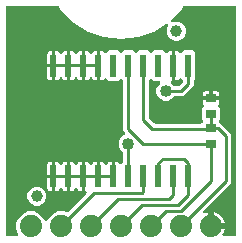
<source format=gbr>
G04 EAGLE Gerber RS-274X export*
G75*
%MOMM*%
%FSLAX34Y34*%
%LPD*%
%INTop Copper*%
%IPPOS*%
%AMOC8*
5,1,8,0,0,1.08239X$1,22.5*%
G01*
%ADD10R,0.900000X0.700000*%
%ADD11R,0.530000X1.980000*%
%ADD12C,1.879600*%
%ADD13C,1.000000*%
%ADD14C,0.254000*%
%ADD15C,1.016000*%

G36*
X13654Y4071D02*
X13654Y4071D01*
X13704Y4069D01*
X13811Y4091D01*
X13921Y4105D01*
X13967Y4123D01*
X14015Y4133D01*
X14114Y4181D01*
X14216Y4222D01*
X14256Y4251D01*
X14301Y4273D01*
X14385Y4344D01*
X14474Y4408D01*
X14505Y4447D01*
X14543Y4479D01*
X14606Y4569D01*
X14676Y4653D01*
X14698Y4698D01*
X14726Y4739D01*
X14765Y4842D01*
X14812Y4941D01*
X14821Y4990D01*
X14839Y5036D01*
X14851Y5146D01*
X14872Y5253D01*
X14869Y5303D01*
X14874Y5352D01*
X14859Y5461D01*
X14852Y5571D01*
X14837Y5618D01*
X14830Y5667D01*
X14778Y5820D01*
X12953Y10224D01*
X12953Y15176D01*
X14848Y19750D01*
X18350Y23252D01*
X22924Y25147D01*
X27876Y25147D01*
X32450Y23252D01*
X35952Y19750D01*
X36927Y17395D01*
X36996Y17275D01*
X37061Y17152D01*
X37075Y17137D01*
X37085Y17119D01*
X37182Y17019D01*
X37275Y16916D01*
X37292Y16905D01*
X37306Y16891D01*
X37424Y16818D01*
X37541Y16742D01*
X37560Y16735D01*
X37577Y16724D01*
X37710Y16684D01*
X37842Y16638D01*
X37862Y16637D01*
X37881Y16631D01*
X38020Y16624D01*
X38159Y16613D01*
X38179Y16617D01*
X38199Y16616D01*
X38335Y16644D01*
X38472Y16668D01*
X38491Y16676D01*
X38510Y16680D01*
X38635Y16741D01*
X38762Y16798D01*
X38778Y16811D01*
X38796Y16820D01*
X38902Y16910D01*
X39010Y16997D01*
X39023Y17013D01*
X39038Y17026D01*
X39118Y17140D01*
X39202Y17251D01*
X39214Y17276D01*
X39221Y17286D01*
X39228Y17305D01*
X39273Y17395D01*
X40248Y19750D01*
X43750Y23252D01*
X48324Y25147D01*
X53276Y25147D01*
X55224Y24340D01*
X55253Y24332D01*
X55279Y24319D01*
X55405Y24290D01*
X55531Y24256D01*
X55560Y24255D01*
X55589Y24249D01*
X55719Y24253D01*
X55849Y24251D01*
X55877Y24258D01*
X55907Y24259D01*
X56032Y24295D01*
X56158Y24325D01*
X56184Y24339D01*
X56212Y24347D01*
X56324Y24413D01*
X56439Y24474D01*
X56461Y24493D01*
X56486Y24508D01*
X56607Y24615D01*
X72135Y40143D01*
X72220Y40252D01*
X72309Y40359D01*
X72317Y40378D01*
X72330Y40394D01*
X72385Y40522D01*
X72444Y40647D01*
X72448Y40667D01*
X72456Y40686D01*
X72478Y40824D01*
X72504Y40960D01*
X72503Y40980D01*
X72506Y41000D01*
X72493Y41139D01*
X72484Y41277D01*
X72478Y41296D01*
X72476Y41316D01*
X72429Y41448D01*
X72386Y41579D01*
X72376Y41597D01*
X72369Y41616D01*
X72291Y41731D01*
X72216Y41848D01*
X72201Y41862D01*
X72190Y41879D01*
X72086Y41971D01*
X71985Y42066D01*
X71967Y42076D01*
X71952Y42089D01*
X71828Y42152D01*
X71706Y42220D01*
X71686Y42225D01*
X71668Y42234D01*
X71533Y42264D01*
X71398Y42299D01*
X71370Y42301D01*
X71358Y42304D01*
X71338Y42303D01*
X71237Y42309D01*
X71174Y42309D01*
X71174Y53426D01*
X82495Y53426D01*
X82521Y53429D01*
X82525Y53428D01*
X82545Y53430D01*
X82605Y53426D01*
X95195Y53426D01*
X95313Y53441D01*
X95432Y53448D01*
X95470Y53460D01*
X95510Y53466D01*
X95621Y53509D01*
X95734Y53546D01*
X95768Y53568D01*
X95806Y53583D01*
X95902Y53652D01*
X96003Y53716D01*
X96031Y53746D01*
X96063Y53769D01*
X96108Y53823D01*
X96113Y53826D01*
X96141Y53856D01*
X96174Y53880D01*
X96250Y53971D01*
X96331Y54058D01*
X96351Y54093D01*
X96376Y54125D01*
X96427Y54232D01*
X96485Y54337D01*
X96495Y54376D01*
X96512Y54412D01*
X96534Y54529D01*
X96564Y54645D01*
X96568Y54705D01*
X96572Y54725D01*
X96570Y54745D01*
X96571Y54749D01*
X96572Y54754D01*
X96571Y54760D01*
X96574Y54805D01*
X96574Y67191D01*
X98234Y67191D01*
X98881Y67018D01*
X99460Y66683D01*
X99933Y66210D01*
X100063Y65984D01*
X100139Y65884D01*
X100210Y65780D01*
X100235Y65758D01*
X100256Y65731D01*
X100354Y65653D01*
X100448Y65570D01*
X100478Y65555D01*
X100505Y65534D01*
X100620Y65482D01*
X100732Y65425D01*
X100764Y65418D01*
X100795Y65404D01*
X100919Y65383D01*
X101042Y65356D01*
X101075Y65357D01*
X101109Y65351D01*
X101234Y65361D01*
X101360Y65365D01*
X101392Y65375D01*
X101426Y65377D01*
X101544Y65419D01*
X101665Y65454D01*
X101694Y65471D01*
X101726Y65482D01*
X101831Y65551D01*
X101939Y65615D01*
X101976Y65648D01*
X101991Y65658D01*
X102006Y65674D01*
X102060Y65722D01*
X103259Y66921D01*
X103320Y66999D01*
X103388Y67071D01*
X103417Y67125D01*
X103454Y67172D01*
X103494Y67263D01*
X103542Y67350D01*
X103557Y67409D01*
X103581Y67464D01*
X103596Y67562D01*
X103621Y67658D01*
X103627Y67758D01*
X103631Y67778D01*
X103629Y67791D01*
X103631Y67819D01*
X103631Y74847D01*
X103619Y74945D01*
X103616Y75044D01*
X103599Y75103D01*
X103591Y75163D01*
X103555Y75255D01*
X103527Y75350D01*
X103497Y75402D01*
X103474Y75458D01*
X103416Y75538D01*
X103366Y75624D01*
X103300Y75699D01*
X103288Y75716D01*
X103278Y75724D01*
X103260Y75745D01*
X101059Y77945D01*
X99821Y80933D01*
X99821Y84167D01*
X101059Y87155D01*
X103345Y89441D01*
X104635Y89975D01*
X104678Y90000D01*
X104725Y90017D01*
X104816Y90078D01*
X104911Y90133D01*
X104947Y90168D01*
X104988Y90195D01*
X105061Y90278D01*
X105140Y90354D01*
X105166Y90397D01*
X105199Y90434D01*
X105249Y90532D01*
X105306Y90625D01*
X105321Y90673D01*
X105343Y90717D01*
X105367Y90824D01*
X105400Y90929D01*
X105402Y90979D01*
X105413Y91027D01*
X105410Y91137D01*
X105415Y91247D01*
X105405Y91296D01*
X105403Y91345D01*
X105373Y91451D01*
X105350Y91558D01*
X105329Y91603D01*
X105315Y91651D01*
X105259Y91745D01*
X105211Y91844D01*
X105179Y91882D01*
X105153Y91925D01*
X105047Y92046D01*
X103631Y93461D01*
X103631Y135381D01*
X103619Y135480D01*
X103616Y135579D01*
X103599Y135637D01*
X103591Y135697D01*
X103555Y135789D01*
X103527Y135884D01*
X103497Y135936D01*
X103474Y135993D01*
X103416Y136073D01*
X103366Y136158D01*
X103300Y136233D01*
X103288Y136250D01*
X103278Y136258D01*
X103259Y136279D01*
X102497Y137041D01*
X102404Y137114D01*
X102314Y137193D01*
X102278Y137211D01*
X102246Y137236D01*
X102137Y137283D01*
X102031Y137337D01*
X101991Y137346D01*
X101954Y137362D01*
X101837Y137381D01*
X101721Y137407D01*
X101680Y137406D01*
X101640Y137412D01*
X101522Y137401D01*
X101403Y137397D01*
X101364Y137386D01*
X101324Y137382D01*
X101212Y137342D01*
X101097Y137309D01*
X101062Y137288D01*
X101024Y137275D01*
X100926Y137208D01*
X100823Y137147D01*
X100778Y137108D01*
X100761Y137096D01*
X100748Y137081D01*
X100702Y137041D01*
X99163Y135501D01*
X91337Y135501D01*
X89360Y137478D01*
X89261Y137555D01*
X89166Y137638D01*
X89135Y137653D01*
X89109Y137673D01*
X88993Y137723D01*
X88881Y137779D01*
X88848Y137786D01*
X88817Y137800D01*
X88693Y137819D01*
X88570Y137846D01*
X88536Y137844D01*
X88503Y137850D01*
X88378Y137838D01*
X88252Y137833D01*
X88220Y137823D01*
X88186Y137820D01*
X88068Y137777D01*
X87948Y137741D01*
X87919Y137724D01*
X87887Y137712D01*
X87783Y137641D01*
X87675Y137577D01*
X87652Y137553D01*
X87624Y137534D01*
X87540Y137439D01*
X87453Y137350D01*
X87425Y137309D01*
X87413Y137295D01*
X87403Y137276D01*
X87363Y137216D01*
X87233Y136990D01*
X86760Y136517D01*
X86181Y136182D01*
X85534Y136009D01*
X83874Y136009D01*
X83874Y148395D01*
X83871Y148421D01*
X83872Y148425D01*
X83870Y148445D01*
X83874Y148505D01*
X83874Y160891D01*
X85534Y160891D01*
X86181Y160718D01*
X86760Y160383D01*
X87233Y159910D01*
X87363Y159685D01*
X87439Y159584D01*
X87510Y159480D01*
X87535Y159458D01*
X87556Y159431D01*
X87654Y159353D01*
X87748Y159270D01*
X87778Y159254D01*
X87805Y159234D01*
X87920Y159182D01*
X88032Y159125D01*
X88064Y159118D01*
X88095Y159104D01*
X88219Y159083D01*
X88342Y159056D01*
X88375Y159057D01*
X88409Y159051D01*
X88534Y159061D01*
X88660Y159065D01*
X88692Y159075D01*
X88726Y159077D01*
X88845Y159119D01*
X88965Y159154D01*
X88994Y159171D01*
X89026Y159182D01*
X89131Y159251D01*
X89239Y159315D01*
X89276Y159347D01*
X89291Y159358D01*
X89306Y159374D01*
X89360Y159422D01*
X91337Y161399D01*
X99163Y161399D01*
X100702Y159859D01*
X100797Y159786D01*
X100886Y159707D01*
X100922Y159689D01*
X100954Y159664D01*
X101063Y159617D01*
X101169Y159563D01*
X101208Y159554D01*
X101246Y159538D01*
X101363Y159519D01*
X101479Y159493D01*
X101520Y159494D01*
X101560Y159488D01*
X101678Y159499D01*
X101797Y159503D01*
X101836Y159514D01*
X101876Y159518D01*
X101989Y159558D01*
X102103Y159591D01*
X102137Y159612D01*
X102176Y159625D01*
X102274Y159692D01*
X102377Y159753D01*
X102422Y159793D01*
X102439Y159804D01*
X102452Y159819D01*
X102497Y159859D01*
X104037Y161399D01*
X111863Y161399D01*
X113402Y159859D01*
X113497Y159786D01*
X113586Y159707D01*
X113622Y159689D01*
X113654Y159664D01*
X113763Y159617D01*
X113869Y159563D01*
X113908Y159554D01*
X113946Y159538D01*
X114063Y159519D01*
X114179Y159493D01*
X114220Y159494D01*
X114260Y159488D01*
X114378Y159499D01*
X114497Y159503D01*
X114536Y159514D01*
X114576Y159518D01*
X114689Y159558D01*
X114803Y159591D01*
X114837Y159612D01*
X114876Y159625D01*
X114974Y159692D01*
X115077Y159753D01*
X115122Y159793D01*
X115139Y159804D01*
X115152Y159819D01*
X115197Y159859D01*
X116737Y161399D01*
X124563Y161399D01*
X126102Y159859D01*
X126197Y159786D01*
X126286Y159707D01*
X126322Y159689D01*
X126354Y159664D01*
X126463Y159617D01*
X126569Y159563D01*
X126608Y159554D01*
X126646Y159538D01*
X126763Y159519D01*
X126879Y159493D01*
X126920Y159494D01*
X126960Y159488D01*
X127078Y159499D01*
X127197Y159503D01*
X127236Y159514D01*
X127276Y159518D01*
X127389Y159558D01*
X127503Y159591D01*
X127537Y159612D01*
X127576Y159625D01*
X127674Y159692D01*
X127777Y159753D01*
X127822Y159793D01*
X127839Y159804D01*
X127852Y159819D01*
X127897Y159859D01*
X129437Y161399D01*
X137263Y161399D01*
X139240Y159422D01*
X139339Y159344D01*
X139434Y159262D01*
X139465Y159247D01*
X139491Y159227D01*
X139607Y159177D01*
X139719Y159121D01*
X139752Y159114D01*
X139783Y159100D01*
X139907Y159081D01*
X140030Y159054D01*
X140064Y159056D01*
X140097Y159050D01*
X140223Y159062D01*
X140348Y159067D01*
X140380Y159077D01*
X140414Y159080D01*
X140532Y159123D01*
X140653Y159159D01*
X140681Y159176D01*
X140713Y159188D01*
X140817Y159258D01*
X140925Y159323D01*
X140948Y159348D01*
X140976Y159366D01*
X141060Y159461D01*
X141148Y159550D01*
X141175Y159591D01*
X141187Y159605D01*
X141197Y159624D01*
X141237Y159685D01*
X141367Y159910D01*
X141840Y160383D01*
X142419Y160718D01*
X143066Y160891D01*
X144726Y160891D01*
X144726Y148505D01*
X144729Y148479D01*
X144728Y148475D01*
X144730Y148455D01*
X144726Y148395D01*
X144726Y135889D01*
X144675Y135871D01*
X144658Y135860D01*
X144640Y135852D01*
X144527Y135771D01*
X144412Y135693D01*
X144399Y135677D01*
X144382Y135666D01*
X144293Y135558D01*
X144202Y135454D01*
X144192Y135436D01*
X144179Y135421D01*
X144120Y135295D01*
X144057Y135171D01*
X144052Y135151D01*
X144044Y135133D01*
X144018Y134996D01*
X143987Y134861D01*
X143988Y134840D01*
X143984Y134821D01*
X143993Y134682D01*
X143997Y134543D01*
X144003Y134523D01*
X144004Y134503D01*
X144047Y134370D01*
X144085Y134237D01*
X144096Y134220D01*
X144102Y134201D01*
X144176Y134083D01*
X144247Y133963D01*
X144266Y133942D01*
X144272Y133932D01*
X144287Y133918D01*
X144353Y133843D01*
X146505Y131690D01*
X146584Y131630D01*
X146656Y131562D01*
X146709Y131533D01*
X146757Y131496D01*
X146848Y131456D01*
X146934Y131408D01*
X146993Y131393D01*
X147048Y131369D01*
X147146Y131354D01*
X147242Y131329D01*
X147342Y131323D01*
X147363Y131319D01*
X147375Y131321D01*
X147403Y131319D01*
X150085Y131319D01*
X150184Y131331D01*
X150283Y131334D01*
X150341Y131351D01*
X150401Y131359D01*
X150493Y131395D01*
X150588Y131423D01*
X150640Y131453D01*
X150697Y131476D01*
X150777Y131534D01*
X150862Y131584D01*
X150937Y131650D01*
X150954Y131662D01*
X150962Y131672D01*
X150983Y131690D01*
X153918Y134626D01*
X153991Y134720D01*
X154070Y134809D01*
X154088Y134845D01*
X154113Y134877D01*
X154160Y134986D01*
X154214Y135092D01*
X154223Y135132D01*
X154239Y135169D01*
X154258Y135286D01*
X154284Y135402D01*
X154283Y135443D01*
X154289Y135483D01*
X154278Y135601D01*
X154274Y135720D01*
X154263Y135759D01*
X154259Y135799D01*
X154219Y135912D01*
X154186Y136026D01*
X154165Y136061D01*
X154152Y136099D01*
X154085Y136197D01*
X154024Y136300D01*
X153984Y136345D01*
X153973Y136362D01*
X153958Y136375D01*
X153918Y136421D01*
X152860Y137478D01*
X152761Y137556D01*
X152666Y137638D01*
X152635Y137653D01*
X152609Y137673D01*
X152493Y137723D01*
X152381Y137779D01*
X152348Y137786D01*
X152317Y137800D01*
X152193Y137819D01*
X152070Y137846D01*
X152036Y137844D01*
X152003Y137850D01*
X151877Y137838D01*
X151752Y137833D01*
X151720Y137823D01*
X151686Y137820D01*
X151568Y137777D01*
X151447Y137741D01*
X151419Y137724D01*
X151387Y137712D01*
X151283Y137642D01*
X151175Y137577D01*
X151152Y137552D01*
X151124Y137534D01*
X151040Y137439D01*
X150952Y137350D01*
X150925Y137309D01*
X150913Y137295D01*
X150903Y137276D01*
X150863Y137215D01*
X150733Y136990D01*
X150260Y136517D01*
X149681Y136182D01*
X149034Y136009D01*
X147374Y136009D01*
X147374Y148395D01*
X147371Y148421D01*
X147372Y148425D01*
X147370Y148445D01*
X147374Y148505D01*
X147374Y160891D01*
X149034Y160891D01*
X149681Y160718D01*
X150260Y160383D01*
X150733Y159910D01*
X150863Y159685D01*
X150939Y159584D01*
X151010Y159480D01*
X151035Y159458D01*
X151056Y159431D01*
X151154Y159353D01*
X151248Y159270D01*
X151278Y159254D01*
X151305Y159234D01*
X151420Y159182D01*
X151532Y159125D01*
X151564Y159118D01*
X151595Y159104D01*
X151719Y159083D01*
X151842Y159056D01*
X151875Y159057D01*
X151909Y159051D01*
X152034Y159061D01*
X152160Y159065D01*
X152192Y159075D01*
X152226Y159077D01*
X152345Y159119D01*
X152465Y159154D01*
X152494Y159171D01*
X152526Y159182D01*
X152631Y159251D01*
X152739Y159315D01*
X152776Y159347D01*
X152791Y159358D01*
X152806Y159374D01*
X152860Y159422D01*
X154837Y161399D01*
X162663Y161399D01*
X164449Y159613D01*
X164449Y137287D01*
X163440Y136279D01*
X163380Y136201D01*
X163312Y136129D01*
X163283Y136075D01*
X163246Y136028D01*
X163206Y135937D01*
X163158Y135850D01*
X163143Y135791D01*
X163119Y135736D01*
X163104Y135638D01*
X163079Y135542D01*
X163073Y135442D01*
X163069Y135422D01*
X163071Y135409D01*
X163069Y135381D01*
X163069Y131561D01*
X154189Y122681D01*
X147403Y122681D01*
X147305Y122669D01*
X147206Y122666D01*
X147147Y122649D01*
X147087Y122641D01*
X146995Y122605D01*
X146900Y122577D01*
X146848Y122547D01*
X146792Y122524D01*
X146712Y122466D01*
X146626Y122416D01*
X146551Y122350D01*
X146534Y122338D01*
X146526Y122328D01*
X146505Y122310D01*
X144305Y120109D01*
X141317Y118871D01*
X138083Y118871D01*
X135095Y120109D01*
X132809Y122395D01*
X131571Y125383D01*
X131571Y128617D01*
X132809Y131605D01*
X134539Y133335D01*
X134624Y133444D01*
X134713Y133551D01*
X134721Y133570D01*
X134734Y133586D01*
X134789Y133714D01*
X134848Y133839D01*
X134852Y133859D01*
X134860Y133878D01*
X134882Y134016D01*
X134908Y134152D01*
X134907Y134172D01*
X134910Y134192D01*
X134897Y134331D01*
X134888Y134469D01*
X134882Y134488D01*
X134880Y134508D01*
X134833Y134640D01*
X134790Y134771D01*
X134779Y134789D01*
X134772Y134808D01*
X134694Y134923D01*
X134620Y135040D01*
X134605Y135054D01*
X134594Y135071D01*
X134490Y135163D01*
X134388Y135258D01*
X134371Y135268D01*
X134355Y135281D01*
X134231Y135345D01*
X134110Y135412D01*
X134090Y135417D01*
X134072Y135426D01*
X133936Y135456D01*
X133802Y135491D01*
X133774Y135493D01*
X133762Y135496D01*
X133741Y135495D01*
X133641Y135501D01*
X129437Y135501D01*
X127897Y137041D01*
X127803Y137114D01*
X127714Y137193D01*
X127678Y137211D01*
X127646Y137236D01*
X127537Y137283D01*
X127431Y137337D01*
X127392Y137346D01*
X127354Y137362D01*
X127237Y137381D01*
X127121Y137407D01*
X127080Y137406D01*
X127040Y137412D01*
X126922Y137401D01*
X126803Y137397D01*
X126764Y137386D01*
X126724Y137382D01*
X126611Y137342D01*
X126497Y137309D01*
X126462Y137288D01*
X126424Y137275D01*
X126326Y137208D01*
X126223Y137147D01*
X126178Y137107D01*
X126161Y137096D01*
X126148Y137081D01*
X126102Y137041D01*
X125340Y136279D01*
X125280Y136201D01*
X125212Y136129D01*
X125183Y136076D01*
X125146Y136028D01*
X125106Y135937D01*
X125058Y135850D01*
X125043Y135792D01*
X125019Y135736D01*
X125004Y135638D01*
X124979Y135542D01*
X124973Y135442D01*
X124969Y135422D01*
X124971Y135409D01*
X124969Y135381D01*
X124969Y105185D01*
X124981Y105086D01*
X124984Y104987D01*
X125001Y104929D01*
X125009Y104869D01*
X125045Y104777D01*
X125073Y104682D01*
X125103Y104630D01*
X125126Y104573D01*
X125184Y104493D01*
X125234Y104408D01*
X125300Y104333D01*
X125312Y104316D01*
X125322Y104308D01*
X125340Y104287D01*
X129687Y99940D01*
X129765Y99880D01*
X129838Y99812D01*
X129891Y99783D01*
X129938Y99746D01*
X130029Y99706D01*
X130116Y99658D01*
X130175Y99643D01*
X130230Y99619D01*
X130328Y99604D01*
X130424Y99579D01*
X130524Y99573D01*
X130544Y99569D01*
X130557Y99571D01*
X130585Y99569D01*
X169131Y99569D01*
X169230Y99581D01*
X169329Y99584D01*
X169387Y99601D01*
X169447Y99609D01*
X169539Y99645D01*
X169634Y99673D01*
X169686Y99703D01*
X169743Y99726D01*
X169823Y99784D01*
X169908Y99834D01*
X169984Y99900D01*
X170000Y99912D01*
X170008Y99922D01*
X170029Y99940D01*
X170791Y100702D01*
X170864Y100797D01*
X170943Y100886D01*
X170961Y100922D01*
X170986Y100954D01*
X171033Y101063D01*
X171087Y101169D01*
X171096Y101208D01*
X171112Y101246D01*
X171131Y101363D01*
X171157Y101479D01*
X171156Y101520D01*
X171162Y101560D01*
X171151Y101678D01*
X171147Y101797D01*
X171136Y101836D01*
X171132Y101876D01*
X171092Y101989D01*
X171059Y102103D01*
X171038Y102137D01*
X171025Y102176D01*
X170958Y102274D01*
X170897Y102377D01*
X170857Y102422D01*
X170846Y102439D01*
X170831Y102452D01*
X170791Y102497D01*
X170251Y103037D01*
X170251Y112563D01*
X171450Y113762D01*
X171523Y113856D01*
X171602Y113945D01*
X171620Y113981D01*
X171645Y114013D01*
X171692Y114122D01*
X171747Y114228D01*
X171755Y114268D01*
X171771Y114305D01*
X171790Y114423D01*
X171816Y114539D01*
X171815Y114579D01*
X171821Y114619D01*
X171810Y114738D01*
X171806Y114857D01*
X171795Y114895D01*
X171791Y114936D01*
X171751Y115048D01*
X171718Y115162D01*
X171698Y115197D01*
X171684Y115235D01*
X171617Y115333D01*
X171557Y115436D01*
X171517Y115481D01*
X171505Y115498D01*
X171490Y115512D01*
X171450Y115557D01*
X171267Y115740D01*
X170932Y116319D01*
X170759Y116966D01*
X170759Y119051D01*
X177320Y119051D01*
X177438Y119066D01*
X177557Y119073D01*
X177595Y119085D01*
X177635Y119091D01*
X177746Y119134D01*
X177794Y119150D01*
X177812Y119140D01*
X177851Y119130D01*
X177887Y119113D01*
X178004Y119091D01*
X178120Y119061D01*
X178180Y119057D01*
X178200Y119053D01*
X178220Y119055D01*
X178280Y119051D01*
X184841Y119051D01*
X184841Y116966D01*
X184668Y116319D01*
X184333Y115740D01*
X184150Y115557D01*
X184077Y115463D01*
X183998Y115373D01*
X183980Y115337D01*
X183955Y115306D01*
X183908Y115196D01*
X183853Y115090D01*
X183845Y115051D01*
X183829Y115014D01*
X183810Y114896D01*
X183784Y114780D01*
X183785Y114739D01*
X183779Y114700D01*
X183790Y114581D01*
X183793Y114462D01*
X183805Y114423D01*
X183809Y114383D01*
X183849Y114271D01*
X183882Y114157D01*
X183902Y114122D01*
X183916Y114084D01*
X183983Y113985D01*
X184043Y113883D01*
X184083Y113837D01*
X184095Y113821D01*
X184110Y113807D01*
X184150Y113762D01*
X185349Y112563D01*
X185349Y103037D01*
X184809Y102497D01*
X184736Y102403D01*
X184657Y102314D01*
X184639Y102278D01*
X184614Y102246D01*
X184567Y102137D01*
X184513Y102031D01*
X184504Y101992D01*
X184488Y101954D01*
X184469Y101837D01*
X184443Y101721D01*
X184444Y101680D01*
X184438Y101640D01*
X184449Y101522D01*
X184453Y101403D01*
X184464Y101364D01*
X184468Y101324D01*
X184508Y101212D01*
X184541Y101097D01*
X184562Y101062D01*
X184575Y101024D01*
X184642Y100926D01*
X184703Y100823D01*
X184742Y100778D01*
X184754Y100761D01*
X184769Y100748D01*
X184809Y100702D01*
X185684Y99827D01*
X185692Y99816D01*
X185702Y99808D01*
X185720Y99787D01*
X194819Y90689D01*
X194819Y49011D01*
X171451Y25644D01*
X171378Y25549D01*
X171299Y25460D01*
X171281Y25424D01*
X171256Y25392D01*
X171209Y25283D01*
X171155Y25176D01*
X171146Y25137D01*
X171130Y25100D01*
X171111Y24982D01*
X171085Y24866D01*
X171086Y24826D01*
X171080Y24786D01*
X171091Y24667D01*
X171095Y24548D01*
X171106Y24510D01*
X171110Y24470D01*
X171150Y24357D01*
X171184Y24243D01*
X171204Y24208D01*
X171217Y24170D01*
X171284Y24072D01*
X171345Y23969D01*
X171374Y23940D01*
X171396Y23907D01*
X171486Y23828D01*
X171570Y23744D01*
X171604Y23723D01*
X171634Y23697D01*
X171741Y23642D01*
X171844Y23582D01*
X171882Y23571D01*
X171918Y23552D01*
X172034Y23526D01*
X172149Y23493D01*
X172189Y23491D01*
X172228Y23483D01*
X172347Y23486D01*
X172467Y23482D01*
X172506Y23491D01*
X172546Y23492D01*
X172661Y23525D01*
X172777Y23551D01*
X172832Y23575D01*
X172851Y23581D01*
X172869Y23591D01*
X172925Y23615D01*
X173217Y23764D01*
X175004Y24345D01*
X175261Y24385D01*
X175261Y13970D01*
X175276Y13852D01*
X175283Y13733D01*
X175296Y13695D01*
X175301Y13655D01*
X175344Y13544D01*
X175381Y13431D01*
X175403Y13397D01*
X175418Y13359D01*
X175488Y13263D01*
X175551Y13162D01*
X175581Y13134D01*
X175604Y13102D01*
X175696Y13026D01*
X175783Y12944D01*
X175818Y12925D01*
X175849Y12899D01*
X175957Y12848D01*
X176061Y12791D01*
X176101Y12780D01*
X176137Y12763D01*
X176254Y12741D01*
X176369Y12711D01*
X176430Y12707D01*
X176450Y12703D01*
X176470Y12705D01*
X176530Y12701D01*
X177801Y12701D01*
X177801Y11430D01*
X177816Y11312D01*
X177823Y11193D01*
X177836Y11155D01*
X177841Y11114D01*
X177885Y11004D01*
X177921Y10891D01*
X177943Y10856D01*
X177958Y10819D01*
X178028Y10723D01*
X178091Y10622D01*
X178121Y10594D01*
X178145Y10561D01*
X178236Y10486D01*
X178323Y10404D01*
X178358Y10384D01*
X178390Y10359D01*
X178497Y10308D01*
X178602Y10250D01*
X178641Y10240D01*
X178677Y10223D01*
X178794Y10201D01*
X178909Y10171D01*
X178970Y10167D01*
X178990Y10163D01*
X179010Y10165D01*
X179070Y10161D01*
X189485Y10161D01*
X189445Y9904D01*
X188864Y8117D01*
X188011Y6443D01*
X187747Y6080D01*
X187728Y6045D01*
X187703Y6015D01*
X187652Y5906D01*
X187594Y5801D01*
X187584Y5763D01*
X187567Y5727D01*
X187545Y5609D01*
X187515Y5493D01*
X187515Y5454D01*
X187508Y5414D01*
X187515Y5295D01*
X187515Y5175D01*
X187525Y5137D01*
X187527Y5097D01*
X187564Y4983D01*
X187594Y4867D01*
X187613Y4832D01*
X187625Y4795D01*
X187689Y4694D01*
X187747Y4589D01*
X187774Y4559D01*
X187795Y4526D01*
X187883Y4444D01*
X187965Y4357D01*
X187998Y4335D01*
X188027Y4308D01*
X188132Y4250D01*
X188233Y4186D01*
X188271Y4174D01*
X188306Y4154D01*
X188421Y4125D01*
X188535Y4087D01*
X188575Y4085D01*
X188614Y4075D01*
X188774Y4065D01*
X197866Y4065D01*
X197984Y4080D01*
X198103Y4087D01*
X198141Y4100D01*
X198182Y4105D01*
X198292Y4148D01*
X198405Y4185D01*
X198440Y4207D01*
X198477Y4222D01*
X198573Y4291D01*
X198674Y4355D01*
X198702Y4385D01*
X198735Y4408D01*
X198811Y4500D01*
X198892Y4587D01*
X198912Y4622D01*
X198937Y4653D01*
X198988Y4761D01*
X199046Y4865D01*
X199056Y4905D01*
X199073Y4941D01*
X199095Y5058D01*
X199125Y5173D01*
X199129Y5233D01*
X199133Y5253D01*
X199131Y5274D01*
X199135Y5334D01*
X199135Y197866D01*
X199120Y197984D01*
X199113Y198103D01*
X199100Y198141D01*
X199095Y198182D01*
X199052Y198292D01*
X199015Y198405D01*
X198993Y198440D01*
X198978Y198477D01*
X198909Y198573D01*
X198845Y198674D01*
X198815Y198702D01*
X198792Y198735D01*
X198700Y198811D01*
X198613Y198892D01*
X198578Y198912D01*
X198547Y198937D01*
X198439Y198988D01*
X198335Y199046D01*
X198295Y199056D01*
X198259Y199073D01*
X198142Y199095D01*
X198027Y199125D01*
X197967Y199129D01*
X197947Y199133D01*
X197926Y199131D01*
X197866Y199135D01*
X155326Y199135D01*
X155249Y199125D01*
X155171Y199126D01*
X155092Y199106D01*
X155011Y199095D01*
X154938Y199067D01*
X154862Y199047D01*
X154791Y199008D01*
X154715Y198978D01*
X154652Y198933D01*
X154583Y198895D01*
X154524Y198839D01*
X154458Y198792D01*
X154408Y198731D01*
X154351Y198678D01*
X154256Y198548D01*
X153697Y197671D01*
X152889Y196402D01*
X152080Y195133D01*
X151960Y194944D01*
X144339Y187396D01*
X144294Y187339D01*
X144241Y187288D01*
X144196Y187214D01*
X144142Y187146D01*
X144113Y187079D01*
X144075Y187017D01*
X144050Y186934D01*
X144015Y186855D01*
X144003Y186783D01*
X143981Y186713D01*
X143977Y186627D01*
X143963Y186541D01*
X143970Y186468D01*
X143966Y186396D01*
X143984Y186311D01*
X143992Y186224D01*
X144016Y186156D01*
X144031Y186084D01*
X144069Y186006D01*
X144098Y185925D01*
X144138Y185864D01*
X144170Y185799D01*
X144227Y185733D01*
X144275Y185661D01*
X144329Y185612D01*
X144377Y185557D01*
X144448Y185507D01*
X144512Y185449D01*
X144577Y185415D01*
X144637Y185373D01*
X144718Y185343D01*
X144795Y185303D01*
X144866Y185287D01*
X144934Y185261D01*
X145020Y185251D01*
X145105Y185232D01*
X145178Y185234D01*
X145250Y185226D01*
X145336Y185238D01*
X145423Y185240D01*
X145493Y185260D01*
X145565Y185270D01*
X145717Y185322D01*
X146989Y185849D01*
X150191Y185849D01*
X153149Y184623D01*
X155413Y182359D01*
X156639Y179401D01*
X156639Y176199D01*
X155413Y173241D01*
X153149Y170977D01*
X150191Y169751D01*
X146989Y169751D01*
X144031Y170977D01*
X141767Y173241D01*
X140541Y176199D01*
X140541Y179401D01*
X141635Y182041D01*
X141657Y182122D01*
X141689Y182201D01*
X141699Y182275D01*
X141719Y182347D01*
X141720Y182432D01*
X141731Y182516D01*
X141722Y182590D01*
X141724Y182665D01*
X141704Y182748D01*
X141694Y182832D01*
X141667Y182902D01*
X141649Y182975D01*
X141610Y183049D01*
X141579Y183128D01*
X141536Y183189D01*
X141501Y183256D01*
X141444Y183318D01*
X141395Y183387D01*
X141337Y183435D01*
X141287Y183491D01*
X141216Y183538D01*
X141151Y183592D01*
X141084Y183625D01*
X141021Y183666D01*
X140941Y183693D01*
X140865Y183730D01*
X140791Y183745D01*
X140720Y183769D01*
X140636Y183776D01*
X140553Y183792D01*
X140478Y183788D01*
X140403Y183794D01*
X140320Y183780D01*
X140236Y183775D01*
X140164Y183753D01*
X140090Y183740D01*
X140013Y183705D01*
X139932Y183680D01*
X139808Y183613D01*
X139800Y183609D01*
X139797Y183607D01*
X139790Y183603D01*
X129510Y177194D01*
X115910Y172466D01*
X101600Y170864D01*
X87290Y172466D01*
X73690Y177194D01*
X61471Y184812D01*
X51240Y194944D01*
X48944Y198548D01*
X48894Y198608D01*
X48852Y198674D01*
X48793Y198730D01*
X48741Y198793D01*
X48678Y198839D01*
X48621Y198892D01*
X48549Y198931D01*
X48483Y198979D01*
X48411Y199008D01*
X48342Y199046D01*
X48263Y199066D01*
X48188Y199096D01*
X48110Y199106D01*
X48034Y199125D01*
X47874Y199135D01*
X5334Y199135D01*
X5216Y199120D01*
X5097Y199113D01*
X5059Y199100D01*
X5018Y199095D01*
X4908Y199052D01*
X4795Y199015D01*
X4760Y198993D01*
X4723Y198978D01*
X4627Y198909D01*
X4526Y198845D01*
X4498Y198815D01*
X4465Y198792D01*
X4389Y198700D01*
X4308Y198613D01*
X4288Y198578D01*
X4263Y198547D01*
X4212Y198439D01*
X4154Y198335D01*
X4144Y198295D01*
X4127Y198259D01*
X4105Y198142D01*
X4075Y198027D01*
X4071Y197967D01*
X4067Y197947D01*
X4069Y197926D01*
X4065Y197866D01*
X4065Y5334D01*
X4080Y5216D01*
X4087Y5097D01*
X4100Y5059D01*
X4105Y5018D01*
X4148Y4908D01*
X4185Y4795D01*
X4207Y4760D01*
X4222Y4723D01*
X4291Y4627D01*
X4355Y4526D01*
X4385Y4498D01*
X4408Y4465D01*
X4500Y4389D01*
X4587Y4308D01*
X4622Y4288D01*
X4653Y4263D01*
X4761Y4212D01*
X4865Y4154D01*
X4905Y4144D01*
X4941Y4127D01*
X5058Y4105D01*
X5173Y4075D01*
X5233Y4071D01*
X5253Y4067D01*
X5274Y4069D01*
X5334Y4065D01*
X13605Y4065D01*
X13654Y4071D01*
G37*
%LPC*%
G36*
X28879Y30051D02*
X28879Y30051D01*
X25921Y31277D01*
X23657Y33541D01*
X22431Y36499D01*
X22431Y39701D01*
X23657Y42659D01*
X25921Y44923D01*
X28879Y46149D01*
X32081Y46149D01*
X35039Y44923D01*
X37305Y42658D01*
X37420Y42568D01*
X37440Y42552D01*
X37450Y42486D01*
X37451Y42403D01*
X37472Y42330D01*
X37482Y42254D01*
X37534Y42101D01*
X38529Y39701D01*
X38529Y36499D01*
X37303Y33541D01*
X35039Y31277D01*
X32081Y30051D01*
X28879Y30051D01*
G37*
%LPD*%
%LPC*%
G36*
X71174Y149774D02*
X71174Y149774D01*
X71174Y160891D01*
X72834Y160891D01*
X73481Y160718D01*
X74060Y160383D01*
X74533Y159910D01*
X74868Y159331D01*
X74974Y158934D01*
X75029Y158799D01*
X75081Y158663D01*
X75089Y158652D01*
X75094Y158639D01*
X75181Y158522D01*
X75265Y158403D01*
X75276Y158395D01*
X75284Y158384D01*
X75397Y158292D01*
X75508Y158198D01*
X75520Y158192D01*
X75531Y158184D01*
X75664Y158123D01*
X75794Y158059D01*
X75808Y158057D01*
X75820Y158051D01*
X75963Y158025D01*
X76106Y157996D01*
X76120Y157997D01*
X76133Y157995D01*
X76278Y158005D01*
X76424Y158013D01*
X76437Y158017D01*
X76450Y158018D01*
X76588Y158064D01*
X76727Y158107D01*
X76739Y158115D01*
X76752Y158119D01*
X76874Y158198D01*
X76998Y158275D01*
X77007Y158284D01*
X77018Y158292D01*
X77117Y158399D01*
X77218Y158504D01*
X77225Y158516D01*
X77234Y158526D01*
X77303Y158654D01*
X77375Y158781D01*
X77380Y158798D01*
X77384Y158806D01*
X77388Y158822D01*
X77426Y158933D01*
X77532Y159331D01*
X77867Y159910D01*
X78340Y160383D01*
X78919Y160718D01*
X79566Y160891D01*
X81226Y160891D01*
X81226Y149774D01*
X71174Y149774D01*
G37*
%LPD*%
%LPC*%
G36*
X58474Y149774D02*
X58474Y149774D01*
X58474Y160891D01*
X60134Y160891D01*
X60781Y160718D01*
X61360Y160383D01*
X61833Y159910D01*
X62168Y159331D01*
X62274Y158934D01*
X62329Y158799D01*
X62381Y158663D01*
X62389Y158652D01*
X62394Y158639D01*
X62481Y158522D01*
X62565Y158403D01*
X62576Y158395D01*
X62584Y158384D01*
X62697Y158292D01*
X62808Y158198D01*
X62820Y158192D01*
X62831Y158184D01*
X62964Y158123D01*
X63094Y158059D01*
X63108Y158057D01*
X63120Y158051D01*
X63263Y158025D01*
X63406Y157996D01*
X63420Y157997D01*
X63433Y157995D01*
X63578Y158005D01*
X63724Y158013D01*
X63737Y158017D01*
X63750Y158018D01*
X63888Y158064D01*
X64027Y158107D01*
X64039Y158115D01*
X64052Y158119D01*
X64174Y158198D01*
X64298Y158275D01*
X64307Y158284D01*
X64318Y158292D01*
X64417Y158399D01*
X64518Y158504D01*
X64525Y158516D01*
X64534Y158526D01*
X64603Y158654D01*
X64675Y158781D01*
X64680Y158798D01*
X64684Y158806D01*
X64688Y158822D01*
X64726Y158933D01*
X64832Y159331D01*
X65167Y159910D01*
X65640Y160383D01*
X66219Y160718D01*
X66866Y160891D01*
X68526Y160891D01*
X68526Y149774D01*
X58474Y149774D01*
G37*
%LPD*%
%LPC*%
G36*
X45774Y56074D02*
X45774Y56074D01*
X45774Y67191D01*
X47434Y67191D01*
X48081Y67018D01*
X48660Y66683D01*
X49133Y66210D01*
X49468Y65631D01*
X49574Y65234D01*
X49629Y65099D01*
X49681Y64963D01*
X49689Y64952D01*
X49694Y64939D01*
X49781Y64822D01*
X49865Y64703D01*
X49876Y64695D01*
X49884Y64684D01*
X49997Y64592D01*
X50108Y64498D01*
X50120Y64492D01*
X50131Y64484D01*
X50264Y64423D01*
X50394Y64359D01*
X50408Y64357D01*
X50420Y64351D01*
X50563Y64325D01*
X50706Y64296D01*
X50720Y64297D01*
X50733Y64295D01*
X50878Y64305D01*
X51024Y64313D01*
X51037Y64317D01*
X51050Y64318D01*
X51188Y64364D01*
X51327Y64407D01*
X51339Y64415D01*
X51352Y64419D01*
X51474Y64498D01*
X51598Y64575D01*
X51607Y64584D01*
X51618Y64592D01*
X51717Y64699D01*
X51818Y64804D01*
X51825Y64816D01*
X51834Y64826D01*
X51903Y64954D01*
X51975Y65081D01*
X51980Y65098D01*
X51984Y65106D01*
X51988Y65122D01*
X52026Y65233D01*
X52132Y65631D01*
X52467Y66210D01*
X52940Y66683D01*
X53519Y67018D01*
X54166Y67191D01*
X55826Y67191D01*
X55826Y56074D01*
X45774Y56074D01*
G37*
%LPD*%
%LPC*%
G36*
X45774Y149774D02*
X45774Y149774D01*
X45774Y160891D01*
X47434Y160891D01*
X48081Y160718D01*
X48660Y160383D01*
X49133Y159910D01*
X49468Y159331D01*
X49574Y158933D01*
X49629Y158798D01*
X49681Y158663D01*
X49689Y158652D01*
X49694Y158639D01*
X49781Y158522D01*
X49865Y158403D01*
X49876Y158395D01*
X49884Y158384D01*
X49997Y158292D01*
X50108Y158198D01*
X50120Y158192D01*
X50131Y158183D01*
X50264Y158123D01*
X50394Y158059D01*
X50408Y158057D01*
X50420Y158051D01*
X50563Y158025D01*
X50706Y157996D01*
X50720Y157997D01*
X50733Y157995D01*
X50878Y158005D01*
X51024Y158013D01*
X51037Y158017D01*
X51050Y158018D01*
X51189Y158064D01*
X51327Y158107D01*
X51339Y158115D01*
X51352Y158119D01*
X51473Y158198D01*
X51598Y158275D01*
X51607Y158285D01*
X51618Y158292D01*
X51717Y158399D01*
X51818Y158504D01*
X51825Y158516D01*
X51834Y158526D01*
X51903Y158654D01*
X51975Y158781D01*
X51980Y158798D01*
X51984Y158806D01*
X51989Y158822D01*
X52026Y158934D01*
X52132Y159331D01*
X52467Y159910D01*
X52940Y160383D01*
X53519Y160718D01*
X54166Y160891D01*
X55826Y160891D01*
X55826Y149774D01*
X45774Y149774D01*
G37*
%LPD*%
%LPC*%
G36*
X58474Y56074D02*
X58474Y56074D01*
X58474Y67191D01*
X60134Y67191D01*
X60781Y67018D01*
X61360Y66683D01*
X61833Y66210D01*
X62168Y65631D01*
X62274Y65234D01*
X62329Y65099D01*
X62381Y64963D01*
X62389Y64952D01*
X62394Y64939D01*
X62481Y64822D01*
X62565Y64703D01*
X62576Y64695D01*
X62584Y64684D01*
X62697Y64592D01*
X62808Y64498D01*
X62820Y64492D01*
X62831Y64484D01*
X62963Y64423D01*
X63094Y64359D01*
X63108Y64357D01*
X63120Y64351D01*
X63263Y64325D01*
X63406Y64296D01*
X63420Y64297D01*
X63433Y64295D01*
X63578Y64305D01*
X63724Y64313D01*
X63737Y64317D01*
X63750Y64318D01*
X63888Y64364D01*
X64027Y64407D01*
X64039Y64415D01*
X64052Y64419D01*
X64174Y64498D01*
X64298Y64575D01*
X64307Y64584D01*
X64318Y64592D01*
X64417Y64699D01*
X64518Y64804D01*
X64525Y64816D01*
X64534Y64826D01*
X64603Y64954D01*
X64675Y65081D01*
X64680Y65098D01*
X64684Y65106D01*
X64688Y65122D01*
X64726Y65233D01*
X64832Y65631D01*
X65167Y66210D01*
X65640Y66683D01*
X66219Y67018D01*
X66866Y67191D01*
X68526Y67191D01*
X68526Y56074D01*
X58474Y56074D01*
G37*
%LPD*%
%LPC*%
G36*
X71174Y56074D02*
X71174Y56074D01*
X71174Y67191D01*
X72834Y67191D01*
X73481Y67018D01*
X74060Y66683D01*
X74533Y66210D01*
X74868Y65631D01*
X74974Y65234D01*
X75029Y65099D01*
X75081Y64963D01*
X75089Y64952D01*
X75094Y64939D01*
X75181Y64822D01*
X75265Y64703D01*
X75276Y64695D01*
X75284Y64684D01*
X75397Y64592D01*
X75508Y64498D01*
X75520Y64492D01*
X75531Y64484D01*
X75663Y64423D01*
X75794Y64359D01*
X75808Y64357D01*
X75820Y64351D01*
X75963Y64325D01*
X76106Y64296D01*
X76120Y64297D01*
X76133Y64295D01*
X76278Y64305D01*
X76424Y64313D01*
X76437Y64317D01*
X76450Y64318D01*
X76588Y64364D01*
X76727Y64407D01*
X76739Y64415D01*
X76752Y64419D01*
X76874Y64498D01*
X76998Y64575D01*
X77007Y64584D01*
X77018Y64592D01*
X77117Y64699D01*
X77218Y64804D01*
X77225Y64816D01*
X77234Y64826D01*
X77303Y64954D01*
X77375Y65081D01*
X77380Y65098D01*
X77384Y65106D01*
X77388Y65122D01*
X77426Y65233D01*
X77532Y65631D01*
X77867Y66210D01*
X78340Y66683D01*
X78919Y67018D01*
X79566Y67191D01*
X81226Y67191D01*
X81226Y56074D01*
X71174Y56074D01*
G37*
%LPD*%
%LPC*%
G36*
X83874Y56074D02*
X83874Y56074D01*
X83874Y67191D01*
X85534Y67191D01*
X86181Y67018D01*
X86760Y66683D01*
X87233Y66210D01*
X87568Y65631D01*
X87674Y65234D01*
X87729Y65099D01*
X87781Y64963D01*
X87789Y64952D01*
X87794Y64939D01*
X87881Y64822D01*
X87965Y64703D01*
X87976Y64695D01*
X87984Y64684D01*
X88097Y64592D01*
X88208Y64498D01*
X88220Y64492D01*
X88231Y64484D01*
X88363Y64423D01*
X88494Y64359D01*
X88508Y64357D01*
X88520Y64351D01*
X88663Y64325D01*
X88806Y64296D01*
X88820Y64297D01*
X88833Y64295D01*
X88978Y64305D01*
X89124Y64313D01*
X89137Y64317D01*
X89150Y64318D01*
X89288Y64364D01*
X89427Y64407D01*
X89439Y64415D01*
X89452Y64419D01*
X89574Y64498D01*
X89698Y64575D01*
X89707Y64584D01*
X89718Y64592D01*
X89817Y64699D01*
X89918Y64804D01*
X89925Y64816D01*
X89934Y64826D01*
X90003Y64954D01*
X90075Y65081D01*
X90080Y65098D01*
X90084Y65106D01*
X90088Y65122D01*
X90126Y65233D01*
X90232Y65631D01*
X90567Y66210D01*
X91040Y66683D01*
X91619Y67018D01*
X92266Y67191D01*
X93926Y67191D01*
X93926Y56074D01*
X83874Y56074D01*
G37*
%LPD*%
%LPC*%
G36*
X54166Y136009D02*
X54166Y136009D01*
X53519Y136182D01*
X52940Y136517D01*
X52467Y136990D01*
X52132Y137569D01*
X52026Y137966D01*
X51971Y138101D01*
X51919Y138237D01*
X51911Y138248D01*
X51906Y138261D01*
X51820Y138377D01*
X51735Y138497D01*
X51724Y138505D01*
X51716Y138516D01*
X51603Y138608D01*
X51492Y138702D01*
X51480Y138708D01*
X51469Y138716D01*
X51336Y138777D01*
X51206Y138841D01*
X51192Y138843D01*
X51180Y138849D01*
X51037Y138875D01*
X50894Y138904D01*
X50880Y138903D01*
X50867Y138905D01*
X50722Y138895D01*
X50576Y138887D01*
X50563Y138883D01*
X50550Y138882D01*
X50412Y138836D01*
X50273Y138793D01*
X50261Y138785D01*
X50248Y138781D01*
X50126Y138702D01*
X50002Y138625D01*
X49993Y138616D01*
X49982Y138608D01*
X49883Y138501D01*
X49782Y138396D01*
X49775Y138384D01*
X49766Y138374D01*
X49697Y138246D01*
X49625Y138119D01*
X49620Y138102D01*
X49616Y138094D01*
X49612Y138078D01*
X49574Y137967D01*
X49468Y137569D01*
X49133Y136990D01*
X48660Y136517D01*
X48081Y136182D01*
X47434Y136009D01*
X45774Y136009D01*
X45774Y147126D01*
X55826Y147126D01*
X55826Y136009D01*
X54166Y136009D01*
G37*
%LPD*%
%LPC*%
G36*
X66866Y136009D02*
X66866Y136009D01*
X66219Y136182D01*
X65640Y136517D01*
X65167Y136990D01*
X64832Y137569D01*
X64726Y137967D01*
X64671Y138102D01*
X64619Y138237D01*
X64611Y138248D01*
X64606Y138261D01*
X64519Y138378D01*
X64435Y138497D01*
X64424Y138505D01*
X64416Y138516D01*
X64303Y138608D01*
X64192Y138702D01*
X64180Y138708D01*
X64169Y138717D01*
X64036Y138777D01*
X63906Y138841D01*
X63892Y138843D01*
X63880Y138849D01*
X63737Y138875D01*
X63594Y138904D01*
X63580Y138903D01*
X63567Y138905D01*
X63422Y138895D01*
X63276Y138887D01*
X63263Y138883D01*
X63250Y138882D01*
X63111Y138836D01*
X62973Y138793D01*
X62961Y138785D01*
X62948Y138781D01*
X62826Y138702D01*
X62702Y138625D01*
X62693Y138615D01*
X62682Y138608D01*
X62583Y138501D01*
X62482Y138396D01*
X62475Y138384D01*
X62466Y138374D01*
X62397Y138246D01*
X62325Y138119D01*
X62320Y138102D01*
X62316Y138094D01*
X62311Y138078D01*
X62274Y137966D01*
X62168Y137569D01*
X61833Y136990D01*
X61360Y136517D01*
X60781Y136182D01*
X60134Y136009D01*
X58474Y136009D01*
X58474Y147126D01*
X68526Y147126D01*
X68526Y136009D01*
X66866Y136009D01*
G37*
%LPD*%
%LPC*%
G36*
X79566Y136009D02*
X79566Y136009D01*
X78919Y136182D01*
X78340Y136517D01*
X77867Y136990D01*
X77532Y137569D01*
X77426Y137967D01*
X77371Y138102D01*
X77319Y138237D01*
X77311Y138248D01*
X77306Y138261D01*
X77219Y138378D01*
X77135Y138497D01*
X77124Y138505D01*
X77116Y138516D01*
X77003Y138608D01*
X76892Y138702D01*
X76880Y138708D01*
X76869Y138717D01*
X76736Y138777D01*
X76606Y138841D01*
X76592Y138843D01*
X76580Y138849D01*
X76437Y138875D01*
X76294Y138904D01*
X76280Y138903D01*
X76267Y138905D01*
X76122Y138895D01*
X75976Y138887D01*
X75963Y138883D01*
X75950Y138882D01*
X75811Y138836D01*
X75673Y138793D01*
X75661Y138785D01*
X75648Y138781D01*
X75526Y138702D01*
X75402Y138625D01*
X75393Y138615D01*
X75382Y138608D01*
X75283Y138501D01*
X75182Y138396D01*
X75175Y138384D01*
X75166Y138374D01*
X75097Y138246D01*
X75025Y138119D01*
X75020Y138102D01*
X75016Y138094D01*
X75011Y138078D01*
X74974Y137966D01*
X74868Y137569D01*
X74533Y136990D01*
X74060Y136517D01*
X73481Y136182D01*
X72834Y136009D01*
X71174Y136009D01*
X71174Y147126D01*
X81226Y147126D01*
X81226Y136009D01*
X79566Y136009D01*
G37*
%LPD*%
%LPC*%
G36*
X54166Y42309D02*
X54166Y42309D01*
X53519Y42482D01*
X52940Y42817D01*
X52467Y43290D01*
X52132Y43869D01*
X52026Y44267D01*
X51971Y44402D01*
X51919Y44537D01*
X51911Y44548D01*
X51906Y44561D01*
X51819Y44678D01*
X51735Y44797D01*
X51724Y44805D01*
X51716Y44816D01*
X51603Y44908D01*
X51492Y45002D01*
X51480Y45008D01*
X51469Y45017D01*
X51336Y45077D01*
X51206Y45141D01*
X51192Y45143D01*
X51180Y45149D01*
X51037Y45175D01*
X50894Y45204D01*
X50880Y45203D01*
X50867Y45205D01*
X50722Y45195D01*
X50576Y45187D01*
X50563Y45183D01*
X50550Y45182D01*
X50411Y45136D01*
X50273Y45093D01*
X50261Y45085D01*
X50248Y45081D01*
X50126Y45002D01*
X50002Y44925D01*
X49993Y44915D01*
X49982Y44908D01*
X49883Y44801D01*
X49782Y44696D01*
X49775Y44684D01*
X49766Y44674D01*
X49697Y44546D01*
X49625Y44419D01*
X49620Y44402D01*
X49616Y44394D01*
X49611Y44378D01*
X49574Y44266D01*
X49468Y43869D01*
X49133Y43290D01*
X48660Y42817D01*
X48081Y42482D01*
X47434Y42309D01*
X45774Y42309D01*
X45774Y53426D01*
X55826Y53426D01*
X55826Y42309D01*
X54166Y42309D01*
G37*
%LPD*%
%LPC*%
G36*
X66866Y42309D02*
X66866Y42309D01*
X66219Y42482D01*
X65640Y42817D01*
X65167Y43290D01*
X64832Y43869D01*
X64726Y44267D01*
X64671Y44402D01*
X64619Y44537D01*
X64611Y44548D01*
X64606Y44561D01*
X64519Y44678D01*
X64435Y44797D01*
X64424Y44806D01*
X64416Y44816D01*
X64303Y44908D01*
X64192Y45002D01*
X64180Y45008D01*
X64169Y45017D01*
X64037Y45077D01*
X63906Y45141D01*
X63892Y45143D01*
X63880Y45149D01*
X63737Y45175D01*
X63594Y45204D01*
X63580Y45203D01*
X63567Y45205D01*
X63422Y45195D01*
X63276Y45187D01*
X63263Y45183D01*
X63250Y45182D01*
X63112Y45136D01*
X62973Y45093D01*
X62961Y45085D01*
X62948Y45081D01*
X62826Y45002D01*
X62702Y44925D01*
X62693Y44916D01*
X62682Y44908D01*
X62583Y44801D01*
X62482Y44696D01*
X62475Y44684D01*
X62466Y44674D01*
X62397Y44546D01*
X62325Y44419D01*
X62320Y44402D01*
X62316Y44394D01*
X62311Y44378D01*
X62274Y44266D01*
X62168Y43869D01*
X61833Y43290D01*
X61360Y42817D01*
X60781Y42482D01*
X60134Y42309D01*
X58474Y42309D01*
X58474Y53426D01*
X68526Y53426D01*
X68526Y42309D01*
X66866Y42309D01*
G37*
%LPD*%
%LPC*%
G36*
X180339Y15239D02*
X180339Y15239D01*
X180339Y24385D01*
X180596Y24345D01*
X182383Y23764D01*
X184057Y22911D01*
X185578Y21806D01*
X186906Y20478D01*
X188011Y18957D01*
X188864Y17283D01*
X189445Y15496D01*
X189485Y15239D01*
X180339Y15239D01*
G37*
%LPD*%
%LPC*%
G36*
X41466Y42309D02*
X41466Y42309D01*
X40819Y42482D01*
X40240Y42817D01*
X39741Y43316D01*
X39722Y43349D01*
X39664Y43409D01*
X39614Y43475D01*
X39554Y43522D01*
X39501Y43578D01*
X39461Y43602D01*
X39460Y43726D01*
X39457Y43744D01*
X39456Y43752D01*
X39452Y43769D01*
X39429Y43884D01*
X39259Y44516D01*
X39259Y53426D01*
X43126Y53426D01*
X43126Y42309D01*
X41466Y42309D01*
G37*
%LPD*%
%LPC*%
G36*
X39259Y149774D02*
X39259Y149774D01*
X39259Y158684D01*
X39432Y159331D01*
X39767Y159910D01*
X40240Y160383D01*
X40819Y160718D01*
X41466Y160891D01*
X43126Y160891D01*
X43126Y149774D01*
X39259Y149774D01*
G37*
%LPD*%
%LPC*%
G36*
X39259Y56074D02*
X39259Y56074D01*
X39259Y64984D01*
X39432Y65631D01*
X39767Y66210D01*
X40240Y66683D01*
X40819Y67018D01*
X41466Y67191D01*
X43126Y67191D01*
X43126Y56074D01*
X39259Y56074D01*
G37*
%LPD*%
%LPC*%
G36*
X41466Y136009D02*
X41466Y136009D01*
X40819Y136182D01*
X40240Y136517D01*
X39767Y136990D01*
X39432Y137569D01*
X39259Y138216D01*
X39259Y147126D01*
X43126Y147126D01*
X43126Y136009D01*
X41466Y136009D01*
G37*
%LPD*%
%LPC*%
G36*
X179549Y122549D02*
X179549Y122549D01*
X179549Y126841D01*
X182634Y126841D01*
X183281Y126668D01*
X183860Y126333D01*
X184333Y125860D01*
X184668Y125281D01*
X184841Y124634D01*
X184841Y122549D01*
X179549Y122549D01*
G37*
%LPD*%
%LPC*%
G36*
X170759Y122549D02*
X170759Y122549D01*
X170759Y124634D01*
X170932Y125281D01*
X171267Y125860D01*
X171740Y126333D01*
X172319Y126668D01*
X172966Y126841D01*
X176051Y126841D01*
X176051Y122549D01*
X170759Y122549D01*
G37*
%LPD*%
D10*
X177800Y95400D03*
X177800Y82400D03*
X177800Y120800D03*
X177800Y107800D03*
D11*
X44450Y148450D03*
X44450Y54750D03*
X57150Y54750D03*
X69850Y54750D03*
X82550Y54750D03*
X95250Y54750D03*
X107950Y54750D03*
X120650Y54750D03*
X133350Y54750D03*
X146050Y54750D03*
X158750Y54750D03*
X57150Y148450D03*
X69850Y148450D03*
X82550Y148450D03*
X95250Y148450D03*
X107950Y148450D03*
X120650Y148450D03*
X133350Y148450D03*
X146050Y148450D03*
X158750Y148450D03*
D12*
X25400Y12700D03*
X50800Y12700D03*
X76200Y12700D03*
X101600Y12700D03*
X127000Y12700D03*
X152400Y12700D03*
X177800Y12700D03*
D13*
X30480Y38100D03*
X148590Y177800D03*
D14*
X152400Y127000D02*
X139700Y127000D01*
X152400Y127000D02*
X158750Y133350D01*
X158750Y148450D01*
D15*
X139700Y127000D03*
D14*
X158750Y66040D02*
X158750Y54750D01*
X158750Y66040D02*
X154940Y69850D01*
X133350Y66040D02*
X133350Y54750D01*
X133350Y66040D02*
X137160Y69850D01*
X154940Y69850D01*
X119380Y30480D02*
X101600Y12700D01*
X119380Y30480D02*
X149860Y30480D01*
X158750Y39370D01*
X158750Y54750D01*
D15*
X88900Y101600D03*
D14*
X146050Y54750D02*
X146050Y39370D01*
X142240Y35560D01*
X99060Y35560D01*
X76200Y12700D01*
X120650Y41910D02*
X120650Y54750D01*
X120650Y41910D02*
X119380Y40640D01*
X78740Y40640D01*
X50800Y12700D01*
X177800Y50800D02*
X177800Y82400D01*
X177800Y50800D02*
X152400Y25400D01*
X139700Y25400D01*
X127000Y12700D01*
X107950Y95250D02*
X107950Y148450D01*
X107950Y95250D02*
X120650Y82550D01*
X177650Y82550D01*
X177800Y82400D01*
X177800Y95400D02*
X177800Y107800D01*
X177800Y95400D02*
X184000Y95400D01*
X190500Y88900D01*
X190500Y50800D01*
X152400Y12700D01*
X120650Y102870D02*
X120650Y148450D01*
X120650Y102870D02*
X128270Y95250D01*
X177650Y95250D01*
X177800Y95400D01*
X107950Y82550D02*
X107950Y54750D01*
D15*
X107950Y82550D03*
M02*

</source>
